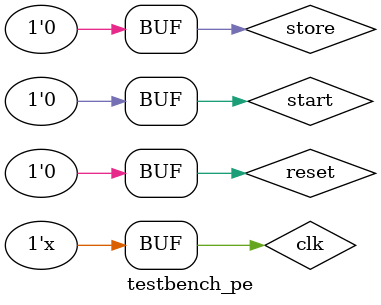
<source format=v>
`timescale 1ns / 1ps
 module testbench_pe();
    reg clk;
    reg start;
    reg reset;
    reg [7:0] weight3;
    reg [7:0] weight2;
    reg [7:0] weight1;
    reg [7:0] img;
    reg store;

pe_module pe(
    .weight3(weight3),
    .weight2(weight2),
    .weight1(weight1),
    .channel_packed(3'b000),
    .img(img),
    .start(start),
    .reset(reset),
    .clk(clk)
    );

    always begin #50; clk =!clk; end
    reg[1:0] cnt;
    initial begin
        store <= 1'b0;
        clk <=1'b0;
        cnt <= 2'b00;
        img <= 8'h01;
        weight1<= 8'h01;
        weight2<= 8'h04;
        weight3<= 8'h07;
        start <= 1;
        reset <= 0;
        #100;
        start <= 0;
        #5000;
        reset <= 1;
        #450;
        reset<= 0;
        #100;
        start <=1;
        #100;
        start<=0;
        
    end
    
    always @(posedge clk) begin
        if( cnt == 2'b10) begin
            weight1 <= 8'h01;
            weight2 <=8'h04;
            weight3 <= 8'h07;
            cnt <= 2'b00;
        end
        else begin
            weight1 <= weight1+ 8'h01;
            weight2 <= weight2+ 8'h01;
            weight3 <= weight3+ 8'h01;
            cnt <= cnt+1'b1;
        end
        img <= img + 1'b1;
        
        
    end
endmodule

</source>
